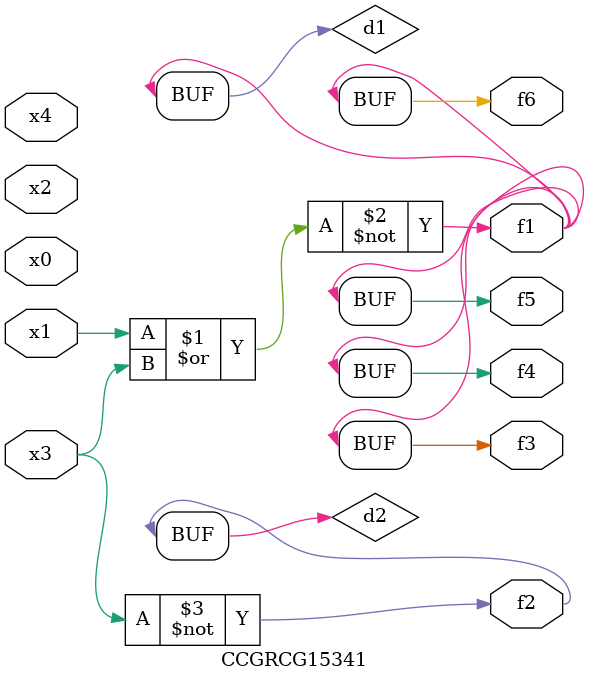
<source format=v>
module CCGRCG15341(
	input x0, x1, x2, x3, x4,
	output f1, f2, f3, f4, f5, f6
);

	wire d1, d2;

	nor (d1, x1, x3);
	not (d2, x3);
	assign f1 = d1;
	assign f2 = d2;
	assign f3 = d1;
	assign f4 = d1;
	assign f5 = d1;
	assign f6 = d1;
endmodule

</source>
